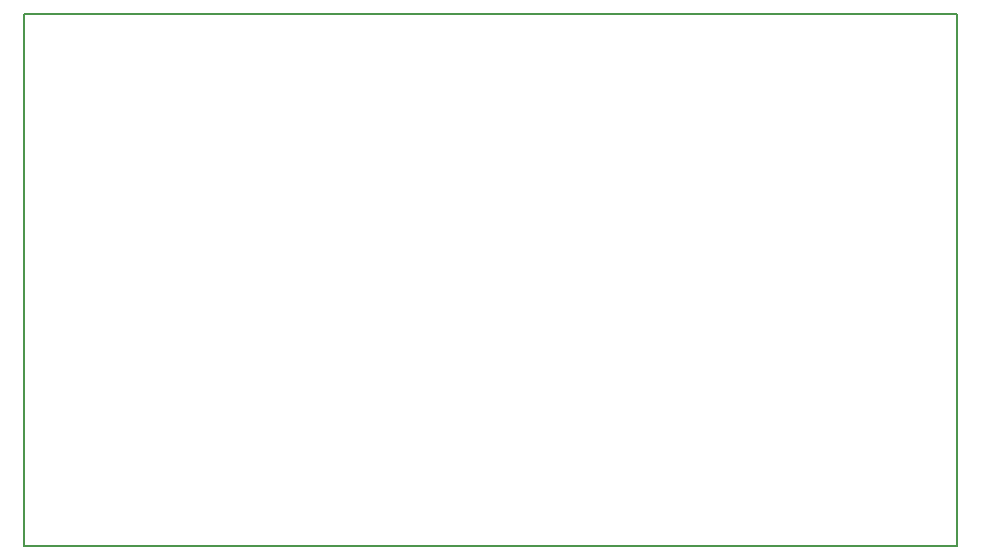
<source format=gko>
G04 #@! TF.FileFunction,Profile,NP*
%FSLAX46Y46*%
G04 Gerber Fmt 4.6, Leading zero omitted, Abs format (unit mm)*
G04 Created by KiCad (PCBNEW 0.201602181416+6564~42~ubuntu15.04.1-product) date Mon 22 Feb 2016 02:25:23 PM EST*
%MOMM*%
G01*
G04 APERTURE LIST*
%ADD10C,0.100000*%
%ADD11C,0.150000*%
G04 APERTURE END LIST*
D10*
D11*
X100000000Y-25000000D02*
X100000000Y-70000000D01*
X179000000Y-25000000D02*
X179000000Y-70000000D01*
X179000000Y-25000000D02*
X100000000Y-25000000D01*
X100000000Y-70000000D02*
X179000000Y-70000000D01*
M02*

</source>
